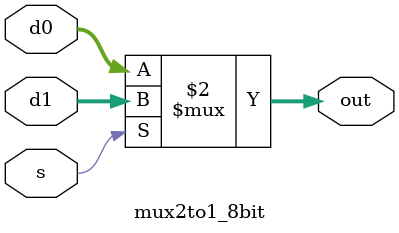
<source format=v>
module ALU (A, B, s2, s1, s0, F, c, v, z);
	input 	[7:0]A, B;
	input	s2, s1, s0;
	output	[7:0]F;
	output	c, v, z;
	
	wire 	lgZ, arZ;
	wire 	[7:0]lgF, arF;
	
	lgUnit		u0(A, B, s1, s0, lgF, lgZ);
	arUnit		u1(A, B, s1, s0, arF, c, arZ, v);
	
	mux2to1_8bit	u2(F, arF, lgF, s2);
	or (z, lgZ, arZ);

endmodule
//-------------------------------------------------------------
//2 to 1 multiplexer, 8bits (data flow)
module mux2to1_8bit (out, d0, d1, s);
	input 	[7:0]d0, d1;
	input 	s;
	output	[7:0]out;
	
	assign 	out = (s == 1'b0) ? d0 : d1;
endmodule

</source>
